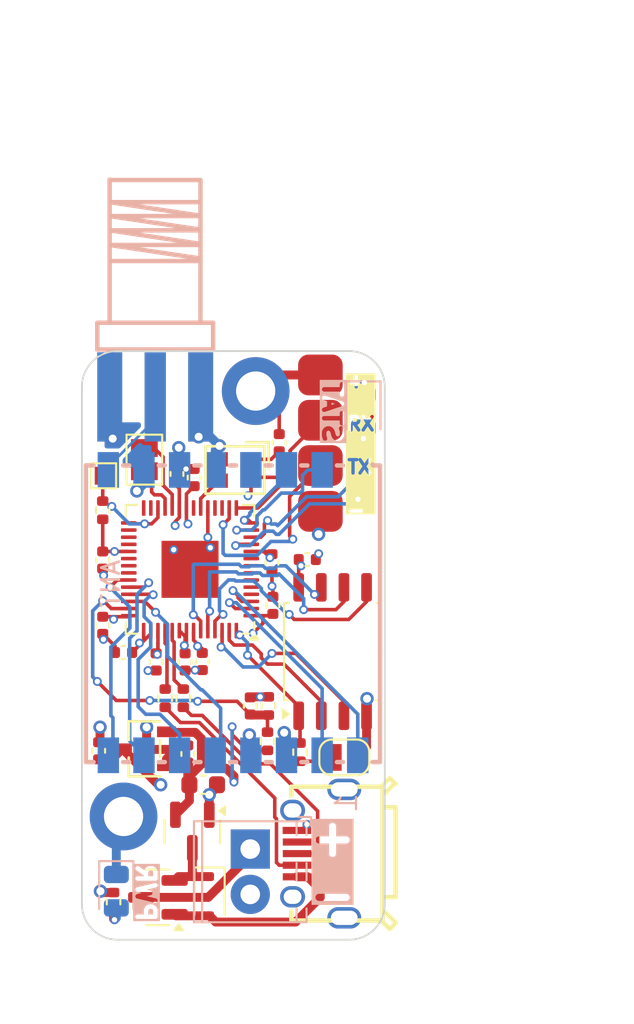
<source format=kicad_pcb>
(kicad_pcb (version 20240108) (generator "pcbnew") (generator_version "8.0")
  (layers (0 "F.Cu" signal) (1 "In1.Cu" signal) (2 "In2.Cu" signal) (31 "B.Cu" signal) (34 "B.Paste" user) (35 "F.Paste" user) (36 "B.SilkS" user "B.Silkscreen") (37 "F.SilkS" user "F.Silkscreen") (38 "B.Mask" user) (39 "F.Mask" user) (44 "Edge.Cuts" user))
  (net 0 "")
  (net 1 "GND")
  (net 2 "Net-(AE1-A)")
  (net 3 "+1V1")
  (net 4 "+3V3")
  (net 5 "+BATT")
  (net 6 "Net-(D1-K)")
  (net 7 "Net-(D2-A)")
  (net 8 "Net-(D3-K)")
  (net 9 "VBUS")
  (net 11 "/MCU/USB_D-")
  (net 13 "/MCU/USB_D+")
  (net 14 "/MCU/SWCLK")
  (net 15 "/MCU/SWD")
  (net 16 "/MCU/BOOTSEL")
  (net 17 "/Power/BATT POSTSW")
  (net 18 "/MCU/QSPI_SS")
  (net 19 "/MCU/RP USB_D+")
  (net 20 "/MCU/RP USB_D-")
  (net 21 "/MCU/RUN")
  (net 22 "/MCU/LEDINDICATION")
  (net 23 "/MCU/DIO2")
  (net 24 "/MCU/BUSY")
  (net 25 "/MCU/DIO3")
  (net 26 "/Radio Module/RST")
  (net 27 "/MCU/SCK")
  (net 28 "/MCU/NSS")
  (net 29 "/MCU/MISO")
  (net 30 "/MCU/TXCOEN")
  (net 31 "/MCU/MOSI")
  (net 32 "/MCU/DIO1")
  (net 33 "/MCU/QSPI_SD2")
  (net 34 "/MCU/QSPI_SCLK")
  (net 35 "/MCU/QSPI_SD3")
  (net 36 "/MCU/QSPI_SD1")
  (net 37 "/MCU/QSPI_SDO")
  (net 42 "/MCU/BATT SENSE ")
  (net 44 "/MCU/XIN")
  (net 50 "/MCU/RST")
  (net 58 "/MCU/GPS_TX")
  (net 59 "/MCU/GPS_RX")
  (footprint "Jumper:SolderJumper-2_P1.3mm_Open_RoundedPad1.0x1.5mm" (layer "F.Cu") (at 206.650301 102.35314 180)
    (property "Reference" "J3" (hide yes))
    (property "Value" "Conn_01x02")
  )
  (footprint "Capacitor_SMD:C_0402_1005Metric" (layer "F.Cu") (at 193.0908 94.9452 -90)
    (property "Reference" "C11" (hide yes))
    (property "Value" "100n")
  )
  (footprint "Capacitor_SMD:C_0402_1005Metric" (layer "F.Cu") (at 202.6412 93.8276 90)
    (property "Reference" "C8" (hide yes))
    (property "Value" "100n")
  )
  (footprint "Capacitor_SMD:C_0402_1005Metric" (layer "F.Cu") (at 202.9968 84.709 90)
    (property "Reference" "C5" (hide yes))
    (property "Value" "100n")
  )
  (footprint "Resistor_SMD:R_0402_1005Metric" (layer "F.Cu") (at 197.612 99.032 90)
    (property "Reference" "R2" (hide yes))
    (property "Value" "22R")
  )
  (footprint "TestPoint:TestPoint_Pad_1.0x1.0mm" (layer "F.Cu") (at 193.1416 86.5632)
    (property "Reference" "TP1" (hide yes))
    (property "Value" "TestPoint")
  )
  (footprint "Resistor_SMD:R_0402_1005Metric" (layer "F.Cu") (at 193.0908 88.4936 90)
    (property "Reference" "R4" (hide yes))
    (property "Value" "5.1k")
  )
  (footprint ".pretty:4 pads 2.54mm spacign" (layer "F.Cu") (at 205.3082 88.5317 90)
    (property "Reference" "J7" (hide yes))
    (property "Value" "Conn_01x04")
  )
  (footprint "Capacitor_SMD:C_0402_1005Metric" (layer "F.Cu") (at 201.3712 99.4664 90)
    (property "Reference" "C16" (hide yes))
    (property "Value" "100n")
  )
  (footprint "Capacitor_SMD:C_0402_1005Metric" (layer "F.Cu") (at 192.8622 101.981 90)
    (property "Reference" "C14" (hide yes))
    (property "Value" "1u")
  )
  (footprint "Package_TO_SOT_SMD:SOT-23" (layer "F.Cu") (at 196.1896 110.1993 180)
    (property "Reference" "Q1" (hide yes))
    (property "Value" "AO3401A")
  )
  (footprint "Diode_SMD:D_SOD-323F" (layer "F.Cu") (at 199.0852 110.1344 -90)
    (property "Reference" "D3" (hide yes))
    (property "Value" "D_Schottky")
  )
  (footprint "Resistor_SMD:R_0402_1005Metric" (layer "F.Cu") (at 207.7974 82.169 90)
    (property "Reference" "R5" (hide yes))
    (property "Value" "1k")
  )
  (footprint "Capacitor_SMD:C_0402_1005Metric" (layer "F.Cu") (at 197.7136 97 -90)
    (property "Reference" "C12" (hide yes))
    (property "Value" "100n")
  )
  (footprint "Resistor_SMD:R_0402_1005Metric" (layer "F.Cu") (at 202.3384 101.4476 90)
    (property "Reference" "R8" (hide yes))
    (property "Value" "30k")
  )
  (footprint "Resistor_SMD:R_0402_1005Metric" (layer "F.Cu") (at 204.1652 102.0572 -90)
    (property "Reference" "R1" (hide yes))
    (property "Value" "1k")
  )
  (footprint "Jumper:SolderJumper-2_P1.3mm_Open_Pad1.0x1.5mm" (layer "F.Cu") (at 195.4276 85.6592 -90)
    (property "Reference" "J2" (hide yes))
    (property "Value" "Conn_01x02")
  )
  (footprint "Capacitor_SMD:C_0402_1005Metric" (layer "F.Cu") (at 204.5716 91.2596)
    (property "Reference" "C3" (hide yes))
    (property "Value" "100n")
  )
  (footprint "Capacitor_SMD:C_0402_1005Metric" (layer "F.Cu") (at 198.2216 86.6648 90)
    (property "Reference" "C9" (hide yes))
    (property "Value" "100n")
  )
  (footprint "Capacitor_SMD:C_0402_1005Metric" (layer "F.Cu") (at 197.2564 86.4616 90)
    (property "Reference" "C2" (hide yes))
    (property "Value" "100n")
  )
  (footprint "Package_SO:SOIC-8_5.23x5.23mm_P1.27mm" (layer "F.Cu") (at 205.994 96.4184 90)
    (property "Reference" "U1" (hide yes))
    (property "Value" "W25Q128JVS")
  )
  (footprint "Package_TO_SOT_SMD:SOT-23" (layer "F.Cu") (at 198.12 106.5045 -90)
    (property "Reference" "Q2" (hide yes))
    (property "Value" "AO3401A")
  )
  (footprint "MountingHole:MountingHole_2.2mm_M2_DIN965_Pad" (layer "F.Cu") (at 194.2592 105.664)
    (property "Reference" "H4" (hide yes))
    (property "Value" "MountingHole_Pad")
  )
  (footprint "Resistor_SMD:R_0402_1005Metric" (layer "F.Cu") (at 202.3872 99.4664 90)
    (property "Reference" "R9" (hide yes))
    (property "Value" "51k")
  )
  (footprint "easyeda2kicad:OSC-SMD_4P-L2.0-W1.6-BL" (layer "F.Cu") (at 200.5128 86.24 180)
    (property "Reference" "X1" (hide yes))
    (property "Value" "SX1M12.000M10F30TNN")
  )
  (footprint "Package_DFN_QFN:QFN-56-1EP_7x7mm_P0.4mm_EP3.2x3.2mm" (layer "F.Cu") (at 197.99 91.8076 180)
    (property "Reference" "U2" (hide yes))
    (property "Value" "RP2040")
  )
  (footprint "Resistor_SMD:R_0402_1005Metric" (layer "F.Cu") (at 196.598 99.032 -90)
    (property "Reference" "R3" (hide yes))
    (property "Value" "22R")
  )
  (footprint "easyeda2kicad:MICRO-USB-SMD_U254-051T-4BHJ25-F2S" (layer "F.Cu") (at 205.1971 107.7468 90)
    (property "Reference" "J1" (hide yes))
    (property "Value" "USB_B_Micro")
  )
  (footprint "MountingHole:MountingHole_2.2mm_M2_DIN965_Pad" (layer "F.Cu") (at 201.676 81.8134)
    (property "Reference" "H3" (hide yes))
    (property "Value" "MountingHole_Pad")
  )
  (footprint "Capacitor_SMD:C_0402_1005Metric" (layer "F.Cu") (at 198.6788 96.9772 -90)
    (property "Reference" "C1" (hide yes))
    (property "Value" "100n")
  )
  (footprint "Capacitor_SMD:C_0402_1005Metric" (layer "F.Cu") (at 196.088 97 -90)
    (property "Reference" "C4" (hide yes))
    (property "Value" "1u")
  )
  (footprint "Capacitor_SMD:C_0402_1005Metric" (layer "F.Cu") (at 193.0908 91.2876 -90)
    (property "Reference" "C10" (hide yes))
    (property "Value" "100n")
  )
  (footprint "Capacitor_SMD:C_0402_1005Metric" (layer "F.Cu") (at 197.866 102.1588 90)
    (property "Reference" "C13" (hide yes))
    (property "Value" "1u")
  )
  (footprint ".pretty:SOT-23-3_L2.9-W1.6-P1.90-LS2.8-BR" (layer "F.Cu") (at 195.4322 101.8692)
    (property "Reference" "U3" (hide yes))
    (property "Value" "XC6206P332MR")
  )
  (footprint "Capacitor_SMD:C_0402_1005Metric" (layer "F.Cu") (at 202.5904 91.44 -90)
    (property "Reference" "C7" (hide yes))
    (property "Value" "100n")
  )
  (footprint "Capacitor_SMD:C_0603_1608Metric" (layer "F.Cu") (at 198.7296 103.886)
    (property "Reference" "C15" (hide yes))
    (property "Value" "10u")
  )
  (footprint "Resistor_SMD:R_0402_1005Metric" (layer "F.Cu") (at 193.7004 110.4392 90)
    (property "Reference" "R7" (hide yes))
    (property "Value" "1k")
  )
  (footprint "Capacitor_SMD:C_0402_1005Metric" (layer "F.Cu") (at 194.2592 96.4692 180)
    (property "Reference" "C6" (hide yes))
    (property "Value" "1u")
  )
  (footprint "TerminalBlock_Phoenix:TerminalBlock_Phoenix_MPT-0,5-2-2.54_1x02_P2.54mm_Horizontal" (layer "B.Cu") (at 201.3712 107.4928 -90)
    (property "Reference" "J4" (hide yes))
    (property "Value" "Screw_Terminal_01x02")
  )
  (footprint "easyeda2kicad2:WIRELM-SMD_16P-L16.0-W16.0-P2.00_LORA1280-TCXO" (layer "B.Cu") (at 200.406 94.234 90)
    (property "Reference" "R6" (hide yes))
    (property "Value" "~")
  )
  (footprint "LED_SMD:LED_0805_2012Metric" (layer "B.Cu") (at 193.8528 109.8527 -90)
    (property "Reference" "D2" (hide yes))
    (property "Value" "LED")
  )
  (footprint "LED_SMD:LED_0805_2012Metric" (layer "B.Cu") (at 207.7212 82.9564 -90)
    (property "Reference" "D1" (hide yes))
    (property "Value" "LED")
  )
  (footprint ".pretty:CONN-SMD_KH-SMA-KE8-G" (layer "B.Cu") (at 196.0372 82.1436 180)
    (property "Reference" "AE1" (hide yes))
    (property "Value" "Antenna_Shield")
  )
  (gr_line (start 191.9224 110.5728) (end 191.9224 81.5728) (stroke (width 0.1)) (layer "Edge.Cuts"))
  (gr_arc (start 206.9224 79.5728) (mid 208.336614 80.158586) (end 208.9224 81.5728) (stroke (width 0.1)) (layer "Edge.Cuts"))
  (gr_line (start 208.9224 81.5728) (end 208.9224 110.5728) (stroke (width 0.1)) (layer "Edge.Cuts"))
  (gr_arc (start 208.9224 110.5728) (mid 208.336614 111.987014) (end 206.9224 112.5728) (stroke (width 0.1)) (layer "Edge.Cuts"))
  (gr_line (start 206.9224 112.5728) (end 193.9224 112.5728) (stroke (width 0.1)) (layer "Edge.Cuts"))
  (gr_arc (start 191.9224 81.5728) (mid 192.508186 80.158586) (end 193.9224 79.5728) (stroke (width 0.1)) (layer "Edge.Cuts"))
  (gr_arc (start 193.9224 112.5728) (mid 192.508186 111.987014) (end 191.9224 110.5728) (stroke (width 0.1)) (layer "Edge.Cuts"))
  (gr_line (start 193.9224 79.5728) (end 206.9224 79.5728) (stroke (width 0.1)) (layer "Edge.Cuts"))
  (gr_text "+\n-" (at 207.4926 111.2266 0) (layer "B.SilkS" knockout) (effects (font (size 2 2) (thickness 0.4) (bold yes)) (justify left bottom mirror)))
  (gr_text "STAT" (at 205.3844 84.836 270) (layer "B.SilkS" knockout) (effects (font (size 1 1) (thickness 0.25) (bold yes)) (justify left bottom mirror)))
  (gr_text "PWR" (at 194.912321 111.686375 -90) (layer "B.SilkS" knockout) (effects (font (size 1 1) (thickness 0.25) (bold yes)) (justify left bottom mirror)))
  (gr_text "+\n\nRX\n\nTX\n\n-" (at 206.7306 88.9254 0) (layer "F.SilkS" knockout) (effects (font (size 0.75 0.75) (thickness 0.1875) (bold yes)) (justify left bottom)))
  (segment (start 192.9384 101.4248) (end 192.9384 100.658998) (width 0.5) (layer "F.Cu") (net 1))
  (segment (start 199.6128 85.64) (end 199.6128 84.918) (width 0.2) (layer "F.Cu") (net 1))
  (segment (start 195.554198 101.829798) (end 195.554198 100.658998) (width 0.5) (layer "F.Cu") (net 1))
  (segment (start 202.9968 83.1342) (end 201.676 81.8134) (width 0.2) (layer "F.Cu") (net 1))
  (segment (start 193.7792 96.1136) (end 193.0908 95.4252) (width 0.2) (layer "F.Cu") (net 1))
  (segment (start 198.99 90.458327) (end 199.128484 90.596811) (width 0.2) (layer "F.Cu") (net 1))
  (segment (start 207.899 99.0854) (end 207.9244 99.06) (width 0.5) (layer "F.Cu") (net 1))
  (segment (start 192.8622 101.6) (end 192.8876 101.6254) (width 0.2) (layer "F.Cu") (net 1))
  (segment (start 202.5904 92.751597) (end 202.592463 92.75366) (width 0.2) (layer "F.Cu") (net 1))
  (segment (start 197.2564 86.1848) (end 198.2216 86.1848) (width 0.2) (layer "F.Cu") (net 1))
  (segment (start 198.99 88.3701) (end 198.99 90.0176) (width 0.2) (layer "F.Cu") (net 1))
  (segment (start 199.5046 104.0102) (end 199.07 104.4448) (width 0.5) (layer "F.Cu") (net 1))
  (segment (start 195.636 97.48) (end 195.6308 97.4852) (width 0.2) (layer "F.Cu") (net 1))
  (segment (start 199.5046 103.886) (end 199.5046 104.0102) (width 0.5) (layer "F.Cu") (net 1))
  (segment (start 199.07 105.567) (end 199.07 104.4448) (width 0.5) (layer "F.Cu") (net 1))
  (segment (start 202.6412 93.3476) (end 202.6412 92.802397) (width 0.2) (layer "F.Cu") (net 1))
  (segment (start 197.99 91.8076) (end 198.99 90.8076) (width 0.2) (layer "F.Cu") (net 1))
  (segment (start 197.7364 97.4572) (end 197.7136 97.48) (width 0.2) (layer "F.Cu") (net 1))
  (segment (start 207.899 101.754441) (end 207.300301 102.35314) (width 0.5) (layer "F.Cu") (net 1))
  (segment (start 202.6412 92.802397) (end 202.592463 92.75366) (width 0.2) (layer "F.Cu") (net 1))
  (segment (start 203.9871 106.4468) (end 204.210222 106.4468) (width 0.2) (layer "F.Cu") (net 1))
  (segment (start 197.2056 101.9048) (end 196.6722 102.4382) (width 0.5) (layer "F.Cu") (net 1))
  (segment (start 198.99 90.8076) (end 198.99 90.735295) (width 0.2) (layer "F.Cu") (net 1))
  (segment (start 197.866 101.6788) (end 197.64 101.9048) (width 0.5) (layer "F.Cu") (net 1))
  (segment (start 198.99 90.0176) (end 198.99 90.458327) (width 0.2) (layer "F.Cu") (net 1))
  (segment (start 199.6128 84.918) (end 199.644 84.8868) (width 0.2) (layer "F.Cu") (net 1))
  (segment (start 197.2056 101.9048) (end 196.6292 101.9048) (width 0.5) (layer "F.Cu") (net 1))
  (segment (start 207.899 100.0184) (end 207.899 101.754441) (width 0.5) (layer "F.Cu") (net 1))
  (segment (start 193.0908 92.1004) (end 193.1416 92.1512) (width 0.2) (layer "F.Cu") (net 1))
  (segment (start 202.5904 91.92) (end 202.5904 92.751597) (width 0.2) (layer "F.Cu") (net 1))
  (segment (start 205.0516 91.2596) (end 205.0516 91.093844) (width 0.2) (layer "F.Cu") (net 1))
  (segment (start 193.0908 91.7676) (end 193.0908 92.1004) (width 0.2) (layer "F.Cu") (net 1))
  (segment (start 192.8622 101.501) (end 192.8622 101.6) (width 0.2) (layer "F.Cu") (net 1))
  (segment (start 198.6788 97.4572) (end 197.7364 97.4572) (width 0.2) (layer "F.Cu") (net 1))
  (segment (start 205.0516 91.093844) (end 205.209711 90.935733) (width 0.2) (layer "F.Cu") (net 1))
  (segment (start 196.088 97.48) (end 195.636 97.48) (width 0.2) (layer "F.Cu") (net 1))
  (segment (start 198.99 90.735295) (end 199.128484 90.596811) (width 0.2) (layer "F.Cu") (net 1))
  (segment (start 202.9968 84.229) (end 202.9968 83.1342) (width 0.2) (layer "F.Cu") (net 1))
  (segment (start 202.3872 98.9564) (end 201.4012 98.9564) (width 0.5) (layer "F.Cu") (net 1))
  (segment (start 192.8622 101.501) (end 192.9384 101.4248) (width 0.5) (layer "F.Cu") (net 1))
  (segment (start 193.7792 96.4692) (end 193.7792 96.1136) (width 0.2) (layer "F.Cu") (net 1))
  (segment (start 197.64 101.9048) (end 197.2056 101.9048) (width 0.5) (layer "F.Cu") (net 1))
  (segment (start 195.6292 101.9048) (end 195.554198 101.829798) (width 0.5) (layer "F.Cu") (net 1))
  (segment (start 201.4012 98.9564) (end 201.3712 98.9864) (width 0.5) (layer "F.Cu") (net 1))
  (segment (start 204.210222 106.4468) (end 204.552088 106.104934) (width 0.2) (layer "F.Cu") (net 1))
  (segment (start 207.899 100.0184) (end 207.899 99.0854) (width 0.5) (layer "F.Cu") (net 1))
  (segment (start 196.6722 102.4382) (end 196.6722 102.8192) (width 0.5) (layer "F.Cu") (net 1))
  (segment (start 205.3082 80.9117) (end 202.5777 80.9117) (width 0.5) (layer "F.Cu") (net 1))
  (segment (start 202.5777 80.9117) (end 201.676 81.8134) (width 0.5) (layer "F.Cu") (net 1))
  (segment (start 196.6292 101.9048) (end 195.6292 101.9048) (width 0.5) (layer "F.Cu") (net 1))
  (via (at 198.99 90.0176) (size 0.5) (drill 0.3) (layers "F.Cu" "B.Cu") (net 1))
  (via (at 193.1416 92.1512) (size 0.5) (drill 0.3) (layers "F.Cu" "B.Cu") (net 1))
  (via (at 204.552088 106.104934) (size 0.5) (drill 0.3) (layers "F.Cu" "B.Cu") (net 1))
  (via (at 205.209711 90.935733) (size 0.5) (drill 0.3) (layers "F.Cu" "B.Cu") (net 1))
  (via (at 195.0074 87.413621) (size 0.75) (drill 0.45) (layers "F.Cu" "B.Cu") (net 1))
  (via (at 199.07 104.4448) (size 0.75) (drill 0.45) (layers "F.Cu" "B.Cu") (net 1))
  (via (at 201.3204 101.092) (size 0.75) (drill 0.45) (layers "F.Cu" "B.Cu") (net 1))
  (via (at 197.358 84.9884) (size 0.75) (drill 0.45) (layers "F.Cu" "B.Cu") (net 1))
  (via (at 197.075019 90.708178) (size 0.5) (drill 0.3) (layers "F.Cu" "B.Cu") (net 1))
  (via (at 195.554198 100.658998) (size 0.75) (drill 0.45) (layers "F.Cu" "B.Cu") (net 1))
  (via (at 199.644 84.8868) (size 0.75) (drill 0.45) (layers "F.Cu" "B.Cu") (net 1))
  (via (at 198.2724 97.4572) (size 0.5) (drill 0.3) (layers "F.Cu" "B.Cu") (net 1))
  (via (at 197.7644 86.1848) (size 0.5) (drill 0.3) (layers "F.Cu" "B.Cu") (net 1))
  (via (at 198.4756 84.3788) (size 0.75) (drill 0.45) (layers "F.Cu" "B.Cu") (net 1))
  (via (at 202.592463 92.75366) (size 0.5) (drill 0.3) (layers "F.Cu" "B.Cu") (net 1))
  (via (at 193.6496 84.4804) (size 0.75) (drill 0.45) (layers "F.Cu" "B.Cu") (net 1))
  (via (at 201.93 98.9564) (size 0.5) (drill 0.3) (layers "F.Cu" "B.Cu") (net 1))
  (via (at 195.6308 97.4852) (size 0.5) (drill 0.3) (layers "F.Cu" "B.Cu") (net 1))
  (via (at 207.9244 99.06) (size 0.75) (drill 0.45) (layers "F.Cu" "B.Cu") (net 1))
  (via (at 193.128213 95.735656) (size 0.5) (drill 0.3) (layers "F.Cu" "B.Cu") (net 1))
  (via (at 192.9384 100.658998) (size 0.75) (drill 0.45) (layers "F.Cu" "B.Cu") (net 1))
  (via (at 199.128484 90.596811) (size 0.5) (drill 0.3) (layers "F.Cu" "B.Cu") (net 1))
  (segment (start 193.538 84.3688) (end 193.6496 84.4804) (width 0.5) (layer "B.Cu") (net 1))
  (segment (start 198.638 81.8695) (end 198.638 84.2164) (width 0.5) (layer "B.Cu") (net 1))
  (segment (start 193.538 81.8695) (end 193.538 84.3688) (width 0.5) (layer "B.Cu") (net 1))
  (segment (start 198.638 83.8808) (end 199.644 84.8868) (width 0.5) (layer "B.Cu") (net 1))
  (segment (start 201.406 102.234) (end 201.406 101.1776) (width 0.5) (layer "B.Cu") (net 1))
  (segment (start 197.406 86.234) (end 197.406 85.0364) (width 0.5) (layer "B.Cu") (net 1))
  (segment (start 199.406 86.234) (end 199.406 85.1248) (width 0.5) (layer "B.Cu") (net 1))
  (segment (start 201.406 101.1776) (end 201.3204 101.092) (width 0.5) (layer "B.Cu") (net 1))
  (segment (start 195.406 87.015021) (end 195.0074 87.413621) (width 0.5) (layer "B.Cu") (net 1))
  (segment (start 195.406 86.234) (end 195.406 87.015021) (width 0.5) (layer "B.Cu") (net 1))
  (segment (start 193.8528 108.9152) (end 193.8528 106.0704) (width 0.5) (layer "B.Cu") (net 1))
  (segment (start 198.638 84.2164) (end 198.4756 84.3788) (width 0.5) (layer "B.Cu") (net 1))
  (segment (start 197.406 85.0364) (end 197.358 84.9884) (width 0.5) (layer "B.Cu") (net 1))
  (segment (start 193.8528 106.0704) (end 194.2592 105.664) (width 0.5) (layer "B.Cu") (net 1))
  (segment (start 199.406 85.1248) (end 199.644 84.8868) (width 0.5) (layer "B.Cu") (net 1))
  (segment (start 201.406 102.9186) (end 201.406 102.234) (width 0.5) (layer "B.Cu") (net 1))
  (segment (start 198.638 81.8695) (end 198.638 83.8808) (width 0.5) (layer "B.Cu") (net 1))
  (segment (start 196.088 83.3628) (end 196.088 81.8695) (width 0.2) (layer "B.Cu") (net 2))
  (segment (start 193.406 86.234) (end 193.406 86.0448) (width 0.2) (layer "B.Cu") (net 2))
  (segment (start 193.406 86.0448) (end 196.088 83.3628) (width 0.15) (layer "B.Cu") (net 2))
  (segment (start 198.37312 95.96208) (end 198.19 95.77896) (width 0.2) (layer "F.Cu") (net 3))
  (segment (start 198.6788 96.26776) (end 198.37312 95.96208) (width 0.2) (layer "F.Cu") (net 3))
  (segment (start 196.19 96.418) (end 196.19 95.9104) (width 0.2) (layer "F.Cu") (net 3))
  (segment (start 197.39 88.3701) (end 197.39 87.2784) (width 0.2) (layer "F.Cu") (net 3))
  (segment (start 197.39 88.3701) (end 197.39 88.90396) (width 0.2) (layer "F.Cu") (net 3))
  (segment (start 196.19 96.531832) (end 196.147363 96.574469) (width 0.2) (layer "F.Cu") (net 3))
  (segment (start 198.37312 95.96208) (end 198.415682 96.004642) (width 0.2) (layer "F.Cu") (net 3))
  (segment (start 198.19 95.77896) (end 198.19 95.2451) (width 0.2) (layer "F.Cu") (net 3))
  (segment (start 197.39 88.90396) (end 197.1548 89.13916) (width 0.2) (layer "F.Cu") (net 3))
  (segment (start 198.415682 96.004642) (end 198.415682 96.117324) (width 0.2) (layer "F.Cu") (net 3))
  (segment (start 198.6788 96.4972) (end 198.6788 96.26776) (width 0.2) (layer "F.Cu") (net 3))
  (segment (start 196.088 96.52) (end 196.19 96.418) (width 0.2) (layer "F.Cu") (net 3))
  (segment (start 196.19 95.9104) (end 196.19 95.2451) (width 0.2) (layer "F.Cu") (net 3))
  (segment (start 196.19 95.9104) (end 196.19 96.531832) (width 0.2) (layer "F.Cu") (net 3))
  (segment (start 197.39 87.2784) (end 197.2564 87.1448) (width 0.2) (layer "F.Cu") (net 3))
  (segment (start 197.1548 89.13916) (end 197.1548 89.3572) (width 0.2) (layer "F.Cu") (net 3))
  (via (at 198.415682 96.117324) (size 0.5) (drill 0.3) (layers "F.Cu" "B.Cu") (net 3))
  (via (at 197.1548 89.3572) (size 0.5) (drill 0.3) (layers "F.Cu" "B.Cu") (net 3))
  (via (at 196.147363 96.574469) (size 0.5) (drill 0.3) (layers "F.Cu" "B.Cu") (net 3))
  (segment (start 194.4949 94.4652) (end 194.5525 94.4076) (width 0.2) (layer "F.Cu") (net 4))
  (segment (start 193.7004 109.9292) (end 193.037778 109.9292) (width 0.5) (layer "F.Cu") (net 4))
  (segment (start 202.0824 94.832777) (end 201.525724 95.389453) (width 0.2) (layer "F.Cu") (net 4))
  (segment (start 194.5525 90.8076) (end 193.7512 90.8076) (width 0.2) (layer "F.Cu") (net 4))
  (segment (start 197.7136 95.5687) (end 197.7136 96.52) (width 0.2) (layer "F.Cu") (net 4))
  (segment (start 201.4128 85.64) (end 202.5458 85.64) (width 0.2) (layer "F.Cu") (net 4))
  (segment (start 202.9008 86.6508) (end 202.9008 85.285) (width 0.2) (layer "F.Cu") (net 4))
  (segment (start 201.4275 90.8076) (end 202.0316 90.8076) (width 0.2) (layer "F.Cu") (net 4))
  (segment (start 193.037778 109.9292) (end 192.961617 109.853039) (width 0.5) (layer "F.Cu") (net 4))
  (segment (start 195.39 95.8184) (end 194.7392 96.4692) (width 0.2) (layer "F.Cu") (net 4))
  (segment (start 202.0824 94.4076) (end 202.0824 94.832777) (width 0.2) (layer "F.Cu") (net 4))
  (segment (start 204.089 91.7448) (end 204.221165 91.612635) (width 0.2) (layer "F.Cu") (net 4))
  (segment (start 197.79 95.2451) (end 197.79 95.962563) (width 0.2) (layer "F.Cu") (net 4))
  (segment (start 202.129121 90.8076) (end 202.475181 91.15366) (width 0.2) (layer "F.Cu") (net 4))
  (segment (start 197.79 87.5764) (end 197.79 88.3701) (width 0.2) (layer "F.Cu") (net 4))
  (segment (start 195.39 95.2451) (end 195.39 95.8184) (width 0.2) (layer "F.Cu") (net 4))
  (segment (start 197.79 89.1796) (end 197.873535 89.263135) (width 0.2) (layer "F.Cu") (net 4))
  (segment (start 202.9008 85.285) (end 202.9968 85.189) (width 0.2) (layer "F.Cu") (net 4))
  (segment (start 205.2066 89.423) (end 205.2066 89.8398) (width 0.5) (layer "F.Cu") (net 4))
  (segment (start 204.089 92.8184) (end 204.089 91.7448) (width 0.2) (layer "F.Cu") (net 4))
  (segment (start 197.79 88.3701) (end 197.79 89.1796) (width 0.2) (layer "F.Cu") (net 4))
  (segment (start 201.602 86.6508) (end 201.4128 86.84) (width 0.2) (layer "F.Cu") (net 4))
  (segment (start 196.209 103.886) (end 196.342 103.886) (width 0.5) (layer "F.Cu") (net 4))
  (segment (start 193.0908 90.8076) (end 193.0908 89.0036) (width 0.2) (layer "F.Cu") (net 4))
  (segment (start 202.0316 90.8076) (end 202.438 90.8076) (width 0.2) (layer "F.Cu") (net 4))
  (segment (start 201.4128 87.515402) (end 201.4128 86.84) (width 0.2) (layer "F.Cu") (net 4))
  (segment (start 202.438 90.8076) (end 202.5904 90.96) (width 0.2) (layer "F.Cu") (net 4))
  (segment (start 193.5496 102.461) (end 193.6004 102.461) (width 0.5) (layer "F.Cu") (net 4))
  (segment (start 195.79 95.2451) (end 195.79 95.4184) (width 0.2) (layer "F.Cu") (net 4))
  (segment (start 197.7136 96.52) (end 197.7136 96.123031) (width 0.2) (layer "F.Cu") (net 4))
  (segment (start 201.2442 87.684002) (end 201.4128 87.515402) (width 0.2) (layer "F.Cu") (net 4))
  (segment (start 202.0824 94.4076) (end 201.4275 94.4076) (width 0.2) (layer "F.Cu") (net 4))
  (segment (start 193.5496 102.461) (end 192.8622 102.461) (width 0.5) (layer "F.Cu") (net 4))
  (segment (start 204.0916 91.48307) (end 204.221165 91.612635) (width 0.2) (layer "F.Cu") (net 4))
  (segment (start 204.0032 91.1712) (end 204.0916 91.2596) (width 0.2) (layer "F.Cu") (net 4))
  (segment (start 193.0908 94.4652) (end 194.4949 94.4652) (width 0.2) (layer "F.Cu") (net 4))
  (segment (start 202.5412 94.4076) (end 202.0824 94.4076) (width 0.2) (layer "F.Cu") (net 4))
  (segment (start 197.79 95.962563) (end 197.671566 96.080997) (width 0.2) (layer "F.Cu") (net 4))
  (segment (start 195.79 95.4184) (end 194.7392 96.4692) (width 0.2) (layer "F.Cu") (net 4))
  (segment (start 201.4128 85.64) (end 201.4128 86.84) (width 0.2) (layer "F.Cu") (net 4))
  (segment (start 202.6412 94.3076) (end 202.5412 94.4076) (width 0.2) (layer "F.Cu") (net 4))
  (segment (start 202.9008 86.6508) (end 201.602 86.6508) (width 0.2) (layer "F.Cu") (net 4))
  (segment (start 194.1922 101.8692) (end 196.209 103.886) (width 0.5) (layer "F.Cu") (net 4))
  (segment (start 197.7136 96.123031) (end 197.671566 96.080997) (width 0.2) (layer "F.Cu") (net 4))
  (segment (start 193.6004 102.461) (end 194.1922 101.8692) (width 0.5) (layer "F.Cu") (net 4))
  (segment (start 202.5458 85.64) (end 202.9968 85.189) (width 0.2) (layer "F.Cu") (net 4))
  (segment (start 197.39 95.2451) (end 197.7136 95.5687) (width 0.2) (layer "F.Cu") (net 4))
  (segment (start 202.0316 90.8076) (end 202.129121 90.8076) (width 0.2) (layer "F.Cu") (net 4))
  (segment (start 198.2216 87.1448) (end 197.79 87.5764) (width 0.2) (layer "F.Cu") (net 4))
  (segment (start 193.0908 90.8076) (end 193.7512 90.8076) (width 0.2) (layer "F.Cu") (net 4))
  (segment (start 204.0916 91.2596) (end 204.0916 91.48307) (width 0.2) (layer "F.Cu") (net 4))
  (via (at 207.7212 84.4804) (size 0.5) (drill 0.3) (layers "F.Cu" "B.Cu") (net 4))
  (via (at 196.342 103.886) (size 0.75) (drill 0.45) (layers "F.Cu" "B.Cu") (net 4))
  (via (at 197.671566 96.080997) (size 0.5) (drill 0.3) (layers "F.Cu" "B.Cu") (net 4))
  (via (at 192.961617 109.853039) (size 0.75) (drill 0.45) (layers "F.Cu" "B.Cu") (net 4))
  (via (at 205.2066 89.8398) (size 0.75) (drill 0.45) (layers "F.Cu" "B.Cu") (net 4))
  (via (at 201.2442 87.684002) (size 0.5) (drill 0.3) (layers "F.Cu" "B.Cu") (net 4))
  (via (at 202.475181 91.15366) (size 0.5) (drill 0.3) (layers "F.Cu" "B.Cu") (net 4))
  (via (at 193.7004 94.6076) (size 0.5) (drill 0.3) (layers "F.Cu" "B.Cu") (net 4))
  (via (at 204.221165 91.612635) (size 0.5) (drill 0.3) (layers "F.Cu" "B.Cu") (net 4))
  (via (at 203.274086 100.96452) (size 0.75) (drill 0.45) (layers "F.Cu" "B.Cu") (net 4))
  (via (at 197.873535 89.263135) (size 0.5) (drill 0.3) (layers "F.Cu" "B.Cu") (net 4))
  (via (at 201.525724 95.389453) (size 0.5) (drill 0.3) (layers "F.Cu" "B.Cu") (net 4))
  (via (at 193.7512 90.8076) (size 0.5) (drill 0.3) (layers "F.Cu" "B.Cu") (net 4))
  (via (at 195.153042 95.942442) (size 0.5) (drill 0.3) (layers "F.Cu" "B.Cu") (net 4))
  (segment (start 203.406 102.234) (end 203.406 101.096434) (width 0.5) (layer "B.Cu") (net 4))
  (segment (start 203.406 101.096434) (end 203.274086 100.96452) (width 0.5) (layer "B.Cu") (net 4))
  (segment (start 207.7212 83.8939) (end 207.7212 84.4804) (width 0.2) (layer "B.Cu") (net 4))
  (segment (start 202.3384 101.9576) (end 201.231405 101.9576) (width 0.2) (layer "F.Cu") (net 5))
  (segment (start 196.6292 100.9548) (end 196.6352 100.9488) (width 0.5) (layer "F.Cu") (net 5))
  (segment (start 201.231405 101.9576) (end 200.3552 101.081395) (width 0.2) (layer "F.Cu") (net 5))
  (segment (start 200.015428 102.961) (end 200.4568 103.402372) (width 0.5) (layer "F.Cu") (net 5))
  (segment (start 197.9546 103.411) (end 197.9546 103.886) (width 0.5) (layer "F.Cu") (net 5))
  (segment (start 196.6352 100.9488) (end 198.284266 100.9488) (width 0.5) (layer "F.Cu") (net 5))
  (segment (start 197.866 102.6388) (end 197.866 103.7974) (width 0.5) (layer "F.Cu") (net 5))
  (segment (start 200.4568 103.402372) (end 200.4568 103.7336) (width 0.5) (layer "F.Cu") (net 5))
  (segment (start 197.9546 104.7824) (end 197.17 105.567) (width 0.5) (layer "F.Cu") (net 5))
  (segment (start 198.284266 100.9488) (end 198.628 101.292534) (width 0.5) (layer "F.Cu") (net 5))
  (segment (start 199.481 102.961) (end 200.015428 102.961) (width 0.5) (layer "F.Cu") (net 5))
  (segment (start 198.628 102.108) (end 198.628 102.7376) (width 0.5) (layer "F.Cu") (net 5))
  (segment (start 200.3552 101.081395) (end 200.3552 100.6348) (width 0.2) (layer "F.Cu") (net 5))
  (segment (start 198.628 102.7376) (end 197.9546 103.411) (width 0.5) (layer "F.Cu") (net 5))
  (segment (start 197.866 103.7974) (end 197.9546 103.886) (width 0.5) (layer "F.Cu") (net 5))
  (segment (start 198.628 101.292534) (end 198.628 102.108) (width 0.5) (layer "F.Cu") (net 5))
  (segment (start 198.628 102.108) (end 199.481 102.961) (width 0.5) (layer "F.Cu") (net 5))
  (segment (start 197.9546 103.886) (end 197.9546 104.7824) (width 0.5) (layer "F.Cu") (net 5))
  (via (at 200.4568 103.7336) (size 0.5) (drill 0.3) (layers "F.Cu" "B.Cu") (net 5))
  (via (at 200.3552 100.6348) (size 0.5) (drill 0.3) (layers "F.Cu" "B.Cu") (net 5))
  (segment (start 200.3552 103.632) (end 200.4568 103.7336) (width 0.2) (layer "B.Cu") (net 5))
  (segment (start 200.3552 100.6348) (end 200.3552 103.632) (width 0.2) (layer "B.Cu") (net 5))
  (via (at 207.772 81.3308) (size 0.5) (drill 0.3) (layers "F.Cu" "B.Cu") (net 6))
  (segment (start 207.7212 81.3816) (end 207.772 81.3308) (width 0.2) (layer "B.Cu") (net 6))
  (segment (start 207.7212 82.0189) (end 207.7212 81.3816) (width 0.2) (layer "B.Cu") (net 6))
  (segment (start 193.7004 111.4044) (end 193.7512 111.4552) (width 0.5) (layer "F.Cu") (net 7))
  (segment (start 193.7004 110.9492) (end 193.7004 111.4044) (width 0.5) (layer "F.Cu") (net 7))
  (via (at 193.7512 111.4552) (size 0.5) (drill 0.3) (layers "F.Cu" "B.Cu") (net 7))
  (segment (start 193.8528 110.7902) (end 193.8528 111.3536) (width 0.5) (layer "B.Cu") (net 7))
  (segment (start 193.8528 111.3536) (end 193.7512 111.4552) (width 0.5) (layer "B.Cu") (net 7))
  (segment (start 199.0852 109.0344) (end 198.12 109.0344) (width 0.5) (layer "F.Cu") (net 8))
  (segment (start 197.342 109.0344) (end 197.1271 109.2493) (width 0.5) (layer "F.Cu") (net 8))
  (segment (start 198.12 109.0344) (end 197.342 109.0344) (width 0.5) (layer "F.Cu") (net 8))
  (segment (start 198.12 107.442) (end 198.12 109.0344) (width 0.5) (layer "F.Cu") (net 8))
  (segment (start 205.2971 109.7468) (end 205.2971 110.201724) (width 0.5) (layer "F.Cu") (net 9))
  (segment (start 197.2122 111.2344) (end 197.1271 111.1493) (width 0.5) (layer "F.Cu") (net 9))
  (segment (start 199.0852 111.2344) (end 197.2122 111.2344) (width 0.5) (layer "F.Cu") (net 9))
  (segment (start 199.4336 111.5828) (end 199.0852 111.2344) (width 0.5) (layer "F.Cu") (net 9))
  (segment (start 204.5971 109.0468) (end 205.2971 109.7468) (width 0.5) (layer "F.Cu") (net 9))
  (segment (start 203.916024 111.5828) (end 199.4336 111.5828) (width 0.5) (layer "F.Cu") (net 9))
  (segment (start 205.2971 110.201724) (end 203.916024 111.5828) (width 0.5) (layer "F.Cu") (net 9))
  (segment (start 203.9971 109.0468) (end 204.5971 109.0468) (width 0.5) (layer "F.Cu") (net 9))
  (segment (start 202.8444 108.2441) (end 202.9971 108.3968) (width 0.2) (layer "F.Cu") (net 11))
  (segment (start 202.9971 108.3968) (end 203.9971 108.3968) (width 0.2) (layer "F.Cu") (net 11))
  (segment (start 198.512084 100.3988) (end 202.7471 104.633816) (width 0.2) (layer "F.Cu") (net 11))
  (segment (start 202.7471 104.633816) (end 202.7471 105.699592) (width 0.2) (layer "F.Cu") (net 11))
  (segment (start 196.598 99.542) (end 197.4548 100.3988) (width 0.2) (layer "F.Cu") (net 11))
  (segment (start 202.7471 105.699592) (end 202.8444 105.796892) (width 0.2) (layer "F.Cu") (net 11))
  (segment (start 202.8444 105.796892) (end 202.8444 108.2441) (width 0.2) (layer "F.Cu") (net 11))
  (segment (start 197.4548 100.3988) (end 198.512084 100.3988) (width 0.2) (layer "F.Cu") (net 11))
  (segment (start 205.152088 105.358996) (end 202.504092 102.711) (width 0.2) (layer "F.Cu") (net 13))
  (segment (start 202.504092 102.711) (end 201.389969 102.711) (width 0.2) (layer "F.Cu") (net 13))
  (segment (start 198.0688 99.9988) (end 197.612 99.542) (width 0.2) (layer "F.Cu") (net 13))
  (segment (start 203.9971 107.7468) (end 204.9971 107.7468) (width 0.2) (layer "F.Cu") (net 13))
  (segment (start 198.677769 99.9988) (end 198.0688 99.9988) (width 0.2) (layer "F.Cu") (net 13))
  (segment (start 205.152088 107.591812) (end 205.152088 105.358996) (width 0.2) (layer "F.Cu") (net 13))
  (segment (start 201.389969 102.711) (end 198.677769 99.9988) (width 0.2) (layer "F.Cu") (net 13))
  (segment (start 204.9971 107.7468) (end 205.152088 107.591812) (width 0.2) (layer "F.Cu") (net 13))
  (segment (start 196.4776 87.098934) (end 196.4776 85.5092) (width 0.2) (layer "F.Cu") (net 14))
  (segment (start 196.99 87.611334) (end 196.4776 87.098934) (width 0.2) (layer "F.Cu") (net 14))
  (segment (start 196.4776 85.5092) (end 195.9776 85.0092) (width 0.2) (layer "F.Cu") (net 14))
  (segment (start 195.9776 85.0092) (end 195.4276 85.0092) (width 0.2) (layer "F.Cu") (net 14))
  (segment (start 196.99 88.3701) (end 196.99 87.611334) (width 0.2) (layer "F.Cu") (net 14))
  (segment (start 195.834 86.7156) (end 195.834 87.4716) (width 0.2) (layer "F.Cu") (net 15))
  (segment (start 195.995 87.6326) (end 196.38636 87.6326) (width 0.2) (layer "F.Cu") (net 15))
  (segment (start 195.4276 86.3092) (end 195.834 86.7156) (width 0.2) (layer "F.Cu") (net 15))
  (segment (start 196.38636 87.6326) (end 196.59 87.83624) (width 0.2) (layer "F.Cu") (net 15))
  (segment (start 196.59 87.83624) (end 196.59 88.3701) (width 0.2) (layer "F.Cu") (net 15))
  (segment (start 195.834 87.4716) (end 195.995 87.6326) (width 0.2) (layer "F.Cu") (net 15))
  (segment (start 204.1652 102.5672) (end 205.786241 102.5672) (width 0.2) (layer "F.Cu") (net 16))
  (segment (start 205.786241 102.5672) (end 206.000301 102.35314) (width 0.2) (layer "F.Cu") (net 16))
  (segment (start 201.3712 107.8992) (end 201.312768 107.8992) (width 0.5) (layer "F.Cu") (net 17))
  (segment (start 201.312768 107.8992) (end 199.012668 110.1993) (width 0.5) (layer "F.Cu") (net 17))
  (segment (start 199.012668 110.1993) (end 195.2521 110.1993) (width 0.5) (layer "F.Cu") (net 17))
  (segment (start 204.089 100.0184) (end 204.089 99.4918) (width 0.2) (layer "F.Cu") (net 18))
  (segment (start 200.59 95.2451) (end 200.782314 95.437414) (width 0.2) (layer "F.Cu") (net 18))
  (segment (start 200.782314 95.437414) (end 200.782314 95.488679) (width 0.2) (layer "F.Cu") (net 18))
  (segment (start 204.1652 100.0946) (end 204.089 100.0184) (width 0.2) (layer "F.Cu") (net 18))
  (segment (start 204.089 99.4918) (end 201.2188 96.6216) (width 0.2) (layer "F.Cu") (net 18))
  (segment (start 204.1652 101.5472) (end 204.1652 100.0946) (width 0.2) (layer "F.Cu") (net 18))
  (via (at 200.782314 95.488679) (size 0.5) (drill 0.3) (layers "F.Cu" "B.Cu") (net 18))
  (via (at 201.2188 96.6216) (size 0.5) (drill 0.3) (layers "F.Cu" "B.Cu") (net 18))
  (segment (start 201.2188 95.925165) (end 200.782314 95.488679) (width 0.2) (layer "B.Cu") (net 18))
  (segment (start 201.2188 96.6216) (end 201.2188 95.925165) (width 0.2) (layer "B.Cu") (net 18))
  (segment (start 197.612 98.522) (end 197.098 98.008) (width 0.2) (layer "F.Cu") (net 19))
  (segment (start 197.098 98.008) (end 197.098 95.893113) (width 0.2) (layer "F.Cu") (net 19))
  (segment (start 196.99 95.785113) (end 196.99 95.2451) (width 0.2) (layer "F.Cu") (net 19))
  (segment (start 197.098 95.893113) (end 196.99 95.785113) (width 0.2) (layer "F.Cu") (net 19))
  (segment (start 196.59 95.2451) (end 196.59 95.950799) (width 0.2) (layer "F.Cu") (net 20))
  (segment (start 196.698 96.058799) (end 196.698 98.422) (width 0.2) (layer "F.Cu") (net 20))
  (segment (start 196.698 98.422) (end 196.598 98.522) (width 0.2) (layer "F.Cu") (net 20))
  (segment (start 196.59 95.950799) (end 196.698 96.058799) (width 0.2) (layer "F.Cu") (net 20))
  (segment (start 195.8365 89.25746) (end 195.44 89.25746) (width 0.2) (layer "F.Cu") (net 21))
  (segment (start 196.19 88.90396) (end 195.8365 89.25746) (width 0.2) (layer "F.Cu") (net 21))
  (segment (start 196.19 88.3701) (end 196.19 88.90396) (width 0.2) (layer "F.Cu") (net 21))
  (segment (start 193.0908 86.614) (end 193.1416 86.5632) (width 0.2) (layer "F.Cu") (net 21))
  (segment (start 193.0908 87.9836) (end 193.0908 86.614) (width 0.2) (layer "F.Cu") (net 21))
  (via (at 193.5988 88.2808) (size 0.5) (drill 0.3) (layers "F.Cu" "B.Cu") (net 21))
  (via (at 195.44 89.25746) (size 0.5) (drill 0.3) (layers "F.Cu" "B.Cu") (net 21))
  (segment (start 194.57546 89.25746) (end 193.5988 88.2808) (width 0.2) (layer "B.Cu") (net 21))
  (segment (start 195.44 89.25746) (end 194.57546 89.25746) (width 0.2) (layer "B.Cu") (net 21))
  (segment (start 208.2712 83.3052) (end 207.772 82.806) (width 0.2) (layer "F.Cu") (net 22))
  (segment (start 200.616 90.4076) (end 200.5488 90.4748) (width 0.2) (layer "F.Cu") (net 22))
  (segment (start 201.4275 90.4076) (end 200.616 90.4076) (width 0.2) (layer "F.Cu") (net 22))
  (segment (start 208.2712 87.0292) (end 208.2712 83.3052) (width 0.2) (layer "F.Cu") (net 22))
  (segment (start 207.4164 87.884) (end 208.2712 87.0292) (width 0.2) (layer "F.Cu") (net 22))
  (via (at 200.5488 90.4748) (size 0.5) (drill 0.3) (layers "F.Cu" "B.Cu") (net 22))
  (via (at 207.4164 87.884) (size 0.5) (drill 0.3) (layers "F.Cu" "B.Cu") (net 22))
  (segment (start 202.654486 89.6684) (end 202.170714 89.6684) (width 0.2) (layer "B.Cu") (net 22))
  (segment (start 202.983514 89.8462) (end 202.832286 89.8462) (width 0.2) (layer "B.Cu") (net 22))
  (segment (start 201.364314 90.4748) (end 200.5488 90.4748) (width 0.2) (layer "B.Cu") (net 22))
  (segment (start 204.691714 88.138) (end 202.983514 89.8462) (width 0.2) (layer "B.Cu") (net 22))
  (segment (start 202.832286 89.8462) (end 202.654486 89.6684) (width 0.2) (layer "B.Cu") (net 22))
  (segment (start 207.1624 88.138) (end 204.691714 88.138) (width 0.2) (layer "B.Cu") (net 22))
  (segment (start 207.4164 87.884) (end 207.1624 88.138) (width 0.2) (layer "B.Cu") (net 22))
  (segment (start 202.170714 89.6684) (end 201.364314 90.4748) (width 0.2) (layer "B.Cu") (net 22))
  (segment (start 200.69 93.40396) (end 200.69 93.292286) (width 0.2) (layer "F.Cu") (net 23))
  (segment (start 201.4275 93.6076) (end 200.89364 93.6076) (width 0.2) (layer "F.Cu") (net 23))
  (segment (start 200.89364 93.6076) (end 200.69 93.40396) (width 0.2) (layer "F.Cu") (net 23))
  (segment (start 200.69 93.292286) (end 200.400139 93.002425) (width 0.2) (layer "F.Cu") (net 23))
  (via (at 200.400139 93.002425) (size 0.5) (drill 0.3) (layers "F.Cu" "B.Cu") (net 23))
  (segment (start 200.400139 93.002425) (end 200.4822 93.002425) (width 0.2) (layer "B.Cu") (net 23))
  (segment (start 207.406 99.926225) (end 207.406 102.234) (width 0.2) (layer "B.Cu") (net 23))
  (segment (start 200.4822 93.002425) (end 207.406 99.926225) (width 0.2) (layer "B.Cu") (net 23))
  (segment (start 201.4275 89.6076) (end 200.6128 89.6076) (width 0.2) (layer "F.Cu") (net 24))
  (segment (start 200.6128 89.6076) (end 200.6092 89.6112) (width 0.2) (layer "F.Cu") (net 24))
  (via (at 200.6092 89.6112) (size 0.5) (drill 0.3) (layers "F.Cu" "B.Cu") (net 24))
  (segment (start 203.111287 87.534) (end 204.164343 87.534) (width 0.2) (layer "B.Cu") (net 24))
  (segment (start 204.164343 87.534) (end 204.306 87.392343) (width 0.2) (layer "B.Cu") (net 24))
  (segment (start 201.452061 89.6112) (end 201.746332 89.316929) (width 0.2) (layer "B.Cu") (net 24))
  (segment (start 204.306 87.392343) (end 204.306 86.534) (width 0.2) (layer "B.Cu") (net 24))
  (segment (start 204.606 86.234) (end 205.406 86.234) (width 0.2) (layer "B.Cu") (net 24))
  (segment (start 201.746332 88.819871) (end 202.097803 88.4684) (width 0.2) (layer "B.Cu") (net 24))
  (segment (start 204.306 86.534) (end 204.606 86.234) (width 0.2) (layer "B.Cu") (net 24))
  (segment (start 202.176887 88.4684) (end 203.111287 87.534) (width 0.2) (layer "B.Cu") (net 24))
  (segment (start 202.097803 88.4684) (end 202.176887 88.4684) (width 0.2) (layer "B.Cu") (net 24))
  (segment (start 201.746332 89.316929) (end 201.746332 88.819871) (width 0.2) (layer "B.Cu") (net 24))
  (segment (start 200.6092 89.6112) (end 201.452061 89.6112) (width 0.2) (layer "B.Cu") (net 24))
  (segment (start 200.5352 94.0076) (end 200.2028 93.6752) (width 0.2) (layer "F.Cu") (net 25))
  (segment (start 201.4275 94.0076) (end 200.5352 94.0076) (width 0.2) (layer "F.Cu") (net 25))
  (via (at 200.2028 93.6752) (size 0.5) (drill 0.3) (layers "F.Cu" "B.Cu") (net 25))
  (segment (start 205.406 98.491911) (end 200.589289 93.6752) (width 0.2) (layer "B.Cu") (net 25))
  (segment (start 205.406 102.234) (end 205.406 98.491911) (width 0.2) (layer "B.Cu") (net 25))
  (segment (start 200.589289 93.6752) (end 200.2028 93.6752) (width 0.2) (layer "B.Cu") (net 25))
  (segment (start 194.5525 92.8076) (end 195.41964 92.8076) (width 0.2) (layer "F.Cu") (net 27))
  (segment (start 195.41964 92.8076) (end 195.668544 92.558696) (width 0.2) (layer "F.Cu") (net 27))
  (via (at 195.668544 92.558696) (size 0.5) (drill 0.3) (layers "F.Cu" "B.Cu") (net 27))
  (segment (start 194.603042 95.675043) (end 195.0148 95.263285) (width 0.2) (layer "B.Cu") (net 27))
  (segment (start 195.0148 95.263285) (end 195.0148 93.21244) (width 0.2) (layer "B.Cu") (net 27))
  (segment (start 195.0148 93.21244) (end 195.668544 92.558696) (width 0.2) (layer "B.Cu") (net 27))
  (segment (start 194.603042 101.431042) (end 194.603042 95.675043) (width 0.2) (layer "B.Cu") (net 27))
  (segment (start 195.406 102.234) (end 194.603042 101.431042) (width 0.2) (layer "B.Cu") (net 27))
  (segment (start 194.5525 92.4076) (end 193.9012 92.4076) (width 0.2) (layer "F.Cu") (net 28))
  (segment (start 193.9012 92.4076) (end 193.4972 92.8116) (width 0.2) (layer "F.Cu") (net 28))
  (via (at 193.4972 92.8116) (size 0.5) (drill 0.3) (layers "F.Cu" "B.Cu") (net 28))
  (segment (start 193.6634 100.1268) (end 193.6634 101.9766) (width 0.2) (layer "B.Cu") (net 28))
  (segment (start 193.6634 101.9766) (end 193.406 102.234) (width 0.2) (layer "B.Cu") (net 28))
  (segment (start 193.4972 92.8116) (end 194.6148 93.9292) (width 0.2) (layer "B.Cu") (net 28))
  (segment (start 193.548 96.164399) (end 193.548 100.0114) (width 0.2) (layer "B.Cu") (net 28))
  (segment (start 194.6148 95.097599) (end 193.548 96.164399) (width 0.2) (layer "B.Cu") (net 28))
  (segment (start 194.6148 93.9292) (end 194.6148 95.097599) (width 0.2) (layer "B.Cu") (net 28))
  (segment (start 193.548 100.0114) (end 193.6634 100.1268) (width 0.2) (layer "B.Cu") (net 28))
  (segment (start 194.5525 93.6076) (end 195.450142 93.6076) (width 0.2) (layer "F.Cu") (net 29))
  (segment (start 195.450142 93.6076) (end 196.056868 94.214326) (width 0.2) (layer "F.Cu") (net 29))
  (via (at 196.056868 94.214326) (size 0.5) (drill 0.3) (layers "F.Cu" "B.Cu") (net 29))
  (segment (start 199.7086 99.596871) (end 198.673329 98.5616) (width 0.2) (layer "B.Cu") (net 29))
  (segment (start 199.7086 101.9314) (end 199.7086 99.596871) (width 0.2) (layer "B.Cu") (net 29))
  (segment (start 199.406 102.234) (end 199.7086 101.9314) (width 0.2) (layer "B.Cu") (net 29))
  (segment (start 196.734181 96.696799) (end 196.734181 94.891639) (width 0.2) (layer "B.Cu") (net 29))
  (segment (start 198.598982 98.5616) (end 196.734181 96.696799) (width 0.2) (layer "B.Cu") (net 29))
  (segment (start 196.734181 94.891639) (end 196.056868 94.214326) (width 0.2) (layer "B.Cu") (net 29))
  (segment (start 198.673329 98.5616) (end 198.598982 98.5616) (width 0.2) (layer "B.Cu") (net 29))
  (segment (start 201.2775 89.0576) (end 201.4275 89.2076) (width 0.2) (layer "F.Cu") (net 30))
  (segment (start 201.039493 89.0576) (end 201.2775 89.0576) (width 0.2) (layer "F.Cu") (net 30))
  (via (at 201.039493 89.0576) (size 0.5) (drill 0.3) (layers "F.Cu" "B.Cu") (net 30))
  (segment (start 203.406 86.594517) (end 203.406 86.234) (width 0.2) (layer "B.Cu") (net 30))
  (segment (start 201.039493 89.0576) (end 201.346332 88.750761) (width 0.2) (layer "B.Cu") (net 30))
  (segment (start 201.346332 88.654185) (end 203.406 86.594517) (width 0.2) (layer "B.Cu") (net 30))
  (segment (start 201.346332 88.750761) (end 201.346332 88.654185) (width 0.2) (layer "B.Cu") (net 30))
  (segment (start 195.898672 93.2076) (end 195.923564 93.232492) (width 0.2) (layer "F.Cu") (net 31))
  (segment (start 194.5525 93.2076) (end 195.898672 93.2076) (width 0.2) (layer "F.Cu") (net 31))
  (via (at 195.923564 93.232492) (size 0.5) (drill 0.3) (layers "F.Cu" "B.Cu") (net 31))
  (segment (start 195.4148 94.46377) (end 195.4148 93.621382) (width 0.2) (layer "B.Cu") (net 31))
  (segment (start 197.5104 102.3384) (end 197.406 102.234) (width 0.2) (layer "B.Cu") (net 31))
  (segment (start 195.7832 94.83217) (end 195.4148 94.46377) (width 0.2) (layer "B.Cu") (net 31))
  (segment (start 195.7832 96.160814) (end 195.7832 94.83217) (width 0.2) (layer "B.Cu") (net 31))
  (segment (start 195.505998 99.933998) (end 195.0808 99.5088) (width 0.2) (layer "B.Cu") (net 31))
  (segment (start 197.406 101.034) (end 196.305998 99.933998) (width 0.2) (layer "B.Cu") (net 31))
  (segment (start 197.406 102.234) (end 197.406 101.034) (width 0.2) (layer "B.Cu") (net 31))
  (segment (start 195.0808 96.863214) (end 195.7832 96.160814) (width 0.2) (layer "B.Cu") (net 31))
  (segment (start 195.0808 99.5088) (end 195.0808 96.863214) (width 0.2) (layer "B.Cu") (net 31))
  (segment (start 195.80369 93.232492) (end 195.923564 93.232492) (width 0.2) (layer "B.Cu") (net 31))
  (segment (start 195.4148 93.621382) (end 195.80369 93.232492) (width 0.2) (layer "B.Cu") (net 31))
  (segment (start 196.305998 99.933998) (end 195.505998 99.933998) (width 0.2) (layer "B.Cu") (net 31))
  (segment (start 201.96136 90.0076) (end 202.165 89.80396) (width 0.2) (layer "F.Cu") (net 32))
  (segment (start 202.165 89.80396) (end 202.165 89.249732) (width 0.2) (layer "F.Cu") (net 32))
  (segment (start 202.165 89.249732) (end 202.346332 89.0684) (width 0.2) (layer "F.Cu") (net 32))
  (segment (start 201.4275 90.0076) (end 201.96136 90.0076) (width 0.2) (layer "F.Cu") (net 32))
  (via (at 202.346332 89.0684) (size 0.5) (drill 0.3) (layers "F.Cu" "B.Cu") (net 32))
  (segment (start 207.406 86.634) (end 206.302 87.738) (width 0.2) (layer "B.Cu") (net 32))
  (segment (start 204.526028 87.738) (end 202.9079 89.356128) (width 0.2) (layer "B.Cu") (net 32))
  (segment (start 207.406 86.234) (end 207.406 86.634) (width 0.2) (layer "B.Cu") (net 32))
  (segment (start 206.302 87.738) (end 204.526028 87.738) (width 0.2) (layer "B.Cu") (net 32))
  (segment (start 202.546332 89.2684) (end 202.346332 89.0684) (width 0.2) (layer "B.Cu") (net 32))
  (segment (start 202.9079 89.356128) (end 202.820171 89.2684) (width 0.2) (layer "B.Cu") (net 32))
  (segment (start 202.820171 89.2684) (end 202.546332 89.2684) (width 0.2) (layer "B.Cu") (net 32))
  (segment (start 199.732882 96.167603) (end 199.79 96.110485) (width 0.2) (layer "F.Cu") (net 33))
  (segment (start 203.933019 96.52242) (end 202.58798 96.52242) (width 0.2) (layer "F.Cu") (net 33))
  (segment (start 199.79 96.110485) (end 199.79 95.2451) (width 0.2) (layer "F.Cu") (net 33))
  (segment (start 206.629 99.218401) (end 203.933019 96.52242) (width 0.2) (layer "F.Cu") (net 33))
  (segment (start 206.629 100.0184) (end 206.629 99.218401) (width 0.2) (layer "F.Cu") (net 33))
  (via (at 202.58798 96.52242) (size 0.5) (drill 0.3) (layers "F.Cu" "B.Cu") (net 33))
  (via (at 199.732882 96.167603) (size 0.5) (drill 0.3) (layers "F.Cu" "B.Cu") (net 33))
  (segment (start 199.850403 96.167603) (end 200.9648 97.282) (width 0.2) (layer "B.Cu") (net 33))
  (segment (start 200.9648 97.282) (end 201.8284 97.282) (width 0.2) (layer "B.Cu") (net 33))
  (segment (start 199.732882 96.167603) (end 199.850403 96.167603) (width 0.2) (layer "B.Cu") (net 33))
  (segment (start 201.8284 97.282) (end 202.58798 96.52242) (width 0.2) (layer "B.Cu") (net 33))
  (segment (start 198.99 94.254962) (end 199.09025 94.154712) (width 0.2) (layer "F.Cu") (net 34))
  (segment (start 206.179519 94.06788) (end 204.3684 94.06788) (width 0.2) (layer "F.Cu") (net 34))
  (segment (start 206.629 92.8184) (end 206.629 93.618399) (width 0.2) (layer "F.Cu") (net 34))
  (segment (start 198.99 95.2451) (end 198.99 94.254962) (width 0.2) (layer "F.Cu") (net 34))
  (segment (start 206.629 93.618399) (end 206.179519 94.06788) (width 0.2) (layer "F.Cu") (net 34))
  (via (at 204.3684 94.06788) (size 0.5) (drill 0.3) (layers "F.Cu" "B.Cu") (net 34))
  (via (at 199.09025 94.154712) (size 0.5) (drill 0.3) (layers "F.Cu" "B.Cu") (net 34))
  (segment (start 199.09025 94.154712) (end 199.09025 91.95305) (width 0.2) (layer "B.Cu") (net 34))
  (segment (start 204.3684 93.451345) (end 204.3684 94.06788) (width 0.2) (layer "B.Cu") (net 34))
  (segment (start 201.524771 92.0114) (end 201.918706 92.0114) (width 0.2) (layer "B.Cu") (net 34))
  (segment (start 202.060967 92.15366) (end 202.889396 92.15366) (width 0.2) (layer "B.Cu") (net 34))
  (segment (start 201.918706 92.0114) (end 202.060967 92.15366) (width 0.2) (layer "B.Cu") (net 34))
  (segment (start 200.600478 91.95305) (end 200.709629 92.0622) (width 0.2) (layer "B.Cu") (net 34))
  (segment (start 202.980055 92.063) (end 204.3684 93.451345) (width 0.2) (layer "B.Cu") (net 34))
  (segment (start 201.473972 92.0622) (end 201.524771 92.0114) (width 0.2) (layer "B.Cu") (net 34))
  (segment (start 200.709629 92.0622) (end 201.473972 92.0622) (width 0.2) (layer "B.Cu") (net 34))
  (segment (start 199.09025 91.95305) (end 200.600478 91.95305) (width 0.2) (layer "B.Cu") (net 34))
  (segment (start 202.889396 92.15366) (end 202.980055 92.063) (width 0.2) (layer "B.Cu") (net 34))
  (segment (start 198.21436 94.3356) (end 198.196226 94.3356) (width 0.2) (layer "F.Cu") (net 35))
  (segment (start 198.59 94.71124) (end 198.21436 94.3356) (width 0.2) (layer "F.Cu") (net 35))
  (segment (start 198.196226 94.3356) (end 198.174226 94.3576) (width 0.2) (layer "F.Cu") (net 35))
  (segment (start 198.59 95.2451) (end 198.59 94.71124) (width 0.2) (layer "F.Cu") (net 35))
  (via (at 204.978 93.218) (size 0.5) (drill 0.3) (layers "F.Cu" "B.Cu") (net 35))
  (via (at 198.174226 94.3576) (size 0.5) (drill 0.3) (layers "F.Cu" "B.Cu") (net 35))
  (segment (start 198.195315 91.523937) (end 200.737051 91.523937) (width 0.2) (layer "B.Cu") (net 35))
  (segment (start 202.72371 91.75366) (end 202.86597 91.6114) (width 0.2) (layer "B.Cu") (net 35))
  (segment (start 202.86597 91.6114) (end 203.3714 91.6114) (width 0.2) (layer "B.Cu") (net 35))
  (segment (start 202.226652 91.75366) (end 202.72371 91.75366) (width 0.2) (layer "B.Cu") (net 35))
  (segment (start 200.875314 91.6622) (end 201.308286 91.6622) (width 0.2) (layer "B.Cu") (net 35))
  (segment (start 200.737051 91.523937) (end 200.875314 91.6622) (width 0.2) (layer "B.Cu") (net 35))
  (segment (start 202.084392 91.6114) (end 202.226652 91.75366) (width 0.2) (layer "B.Cu") (net 35))
  (segment (start 198.174226 94.3576) (end 198.174226 91.545026) (width 0.2) (layer "B.Cu") (net 35))
  (segment (start 201.308286 91.6622) (end 201.359086 91.6114) (width 0.2) (layer "B.Cu") (net 35))
  (segment (start 201.359086 91.6114) (end 202.084392 91.6114) (width 0.2) (layer "B.Cu") (net 35))
  (segment (start 203.3714 91.6114) (end 204.978 93.218) (width 0.2) (layer "B.Cu") (net 35))
  (segment (start 198.174226 94.3576) (end 198.174226 94.062356) (width 0.2) (layer "B.Cu") (net 35))
  (segment (start 201.493341 96.0532) (end 200.46424 96.0532) (width 0.2) (layer "F.Cu") (net 36))
  (segment (start 205.359 100.0184) (end 205.359 99.218401) (width 0.2) (layer "F.Cu") (net 36))
  (segment (start 201.98798 96.547839) (end 201.493341 96.0532) (width 0.2) (layer "F.Cu") (net 36))
  (segment (start 205.359 99.218401) (end 203.263019 97.12242) (width 0.2) (layer "F.Cu") (net 36))
  (segment (start 200.46424 96.0532) (end 200.19 95.77896) (width 0.2) (layer "F.Cu") (net 36))
  (segment (start 203.263019 97.12242) (end 202.339451 97.12242) (width 0.2) (layer "F.Cu") (net 36))
  (segment (start 200.19 95.77896) (end 200.19 95.2451) (width 0.2) (layer "F.Cu") (net 36))
  (segment (start 202.339451 97.12242) (end 201.98798 96.770949) (width 0.2) (layer "F.Cu") (net 36))
  (segment (start 201.98798 96.770949) (end 201.98798 96.547839) (width 0.2) (layer "F.Cu") (net 36))
  (segment (start 199.39 94.71124) (end 199.76564 94.3356) (width 0.2) (layer "F.Cu") (net 37))
  (segment (start 199.76564 94.3356) (end 199.8472 94.3356) (width 0.2) (layer "F.Cu") (net 37))
  (segment (start 199.39 95.2451) (end 199.39 94.71124) (width 0.2) (layer "F.Cu") (net 37))
  (segment (start 206.899519 94.61788) (end 207.899 93.618399) (width 0.2) (layer "F.Cu") (net 37))
  (segment (start 207.899 93.618399) (end 207.899 92.8184) (width 0.2) (layer "F.Cu") (net 37))
  (segment (start 203.5556 94.335604) (end 203.837876 94.61788) (width 0.2) (layer "F.Cu") (net 37))
  (segment (start 203.837876 94.61788) (end 206.899519 94.61788) (width 0.2) (layer "F.Cu") (net 37))
  (via (at 199.8472 94.3356) (size 0.5) (drill 0.3) (layers "F.Cu" "B.Cu") (net 37))
  (via (at 203.5556 94.335604) (size 0.5) (drill 0.3) (layers "F.Cu" "B.Cu") (net 37))
  (segment (start 199.644 92.910035) (end 200.15161 92.402425) (width 0.2) (layer "B.Cu") (net 37))
  (segment (start 201.257494 92.462203) (end 201.573023 92.4622) (width 0.2) (layer "B.Cu") (net 37))
  (segment (start 203.446427 94.335604) (end 203.5556 94.335604) (width 0.2) (layer "B.Cu") (net 37))
  (segment (start 199.8472 94.3356) (end 199.644 94.1324) (width 0.2) (layer "B.Cu") (net 37))
  (segment (start 200.543946 92.4622) (end 201.257491 92.4622) (width 0.2) (layer "B.Cu") (net 37))
  (segment (start 202.343934 93.35366) (end 202.464483 93.35366) (width 0.2) (layer "B.Cu") (net 37))
  (segment (start 200.15161 92.402425) (end 200.48417 92.402425) (width 0.2) (layer "B.Cu") (net 37))
  (segment (start 201.992463 92.88164) (end 201.992463 93.002189) (width 0.2) (layer "B.Cu") (net 37))
  (segment (start 201.257491 92.4622) (end 201.257494 92.462203) (width 0.2) (layer "B.Cu") (net 37))
  (segment (start 201.573023 92.4622) (end 201.992463 92.88164) (width 0.2) (layer "B.Cu") (net 37))
  (segment (start 201.992463 93.002189) (end 202.343934 93.35366) (width 0.2) (layer "B.Cu") (net 37))
  (segment (start 202.464483 93.35366) (end 203.446427 94.335604) (width 0.2) (layer "B.Cu") (net 37))
  (segment (start 199.644 94.1324) (end 199.644 92.910035) (width 0.2) (layer "B.Cu") (net 37))
  (segment (start 200.48417 92.402425) (end 200.543946 92.4622) (width 0.2) (layer "B.Cu") (net 37))
  (segment (start 193.135334 93.5736) (end 193.0908 93.5736) (width 0.2) (layer "F.Cu") (net 42))
  (segment (start 202.3872 99.9764) (end 201.4012 99.9764) (width 0.5) (layer "F.Cu") (net 42))
  (segment (start 201.4012 99.9764) (end 201.3712 99.9464) (width 0.5) (layer "F.Cu") (net 42))
  (segment (start 194.5525 94.0076) (end 193.569334 94.0076) (width 0.2) (layer "F.Cu") (net 42))
  (segment (start 193.569334 94.0076) (end 193.135334 93.5736) (width 0.2) (layer "F.Cu") (net 42))
  (segment (start 202.3384 100.0252) (end 202.3872 99.9764) (width 0.2) (layer "F.Cu") (net 42))
  (segment (start 193.8528 99.1616) (end 195.7324 99.1616) (width 0.2) (layer "F.Cu") (net 42))
  (segment (start 202.3384 100.9376) (end 202.3384 100.0252) (width 0.2) (layer "F.Cu") (net 42))
  (segment (start 201.3712 99.9464) (end 200.632554 99.207754) (width 0.2) (layer "F.Cu") (net 42))
  (segment (start 192.786 98.0948) (end 193.8528 99.1616) (width 0.2) (layer "F.Cu") (net 42))
  (segment (start 200.632554 99.207754) (end 198.41787 99.207754) (width 0.2) (layer "F.Cu") (net 42))
  (via (at 198.41787 99.207754) (size 0.5) (drill 0.3) (layers "F.Cu" "B.Cu") (net 42))
  (via (at 193.0908 93.5736) (size 0.5) (drill 0.3) (layers "F.Cu" "B.Cu") (net 42))
  (via (at 195.7324 99.1616) (size 0.5) (drill 0.3) (layers "F.Cu" "B.Cu") (net 42))
  (via (at 192.786 98.0948) (size 0.5) (drill 0.3) (layers "F.Cu" "B.Cu") (net 42))
  (segment (start 192.528213 94.136187) (end 192.528213 97.837013) (width 0.2) (layer "B.Cu") (net 42))
  (segment (start 192.528213 97.837013) (end 192.786 98.0948) (width 0.2) (layer "B.Cu") (net 42))
  (segment (start 195.7324 99.1616) (end 198.371716 99.1616) (width 0.2) (layer "B.Cu") (net 42))
  (segment (start 198.371716 99.1616) (end 198.41787 99.207754) (width 0.2) (layer "B.Cu") (net 42))
  (segment (start 193.0908 93.5736) (end 192.528213 94.136187) (width 0.2) (layer "B.Cu") (net 42))
  (segment (start 199.58624 86.84) (end 198.59 87.83624) (width 0.2) (layer "F.Cu") (net 44))
  (segment (start 199.6128 86.84) (end 199.58624 86.84) (width 0.2) (layer "F.Cu") (net 44))
  (segment (start 198.59 87.83624) (end 198.59 88.3701) (width 0.2) (layer "F.Cu") (net 44))
  (segment (start 203.6068 86.5628) (end 201.7995 88.3701) (width 0.2) (layer "F.Cu") (net 58))
  (segment (start 205.3082 83.4517) (end 203.6068 85.1531) (width 0.2) (layer "F.Cu") (net 58))
  (segment (start 203.6068 85.1531) (end 203.6068 86.5628) (width 0.2) (layer "F.Cu") (net 58))
  (segment (start 201.7995 88.3701) (end 200.59 88.3701) (width 0.2) (layer "F.Cu") (net 58))
  (segment (start 203.581 89.9414) (end 203.581 87.7189) (width 0.2) (layer "F.Cu") (net 59))
  (segment (start 203.7588 90.1192) (end 203.581 89.9414) (width 0.2) (layer "F.Cu") (net 59))
  (segment (start 200.19 88.3701) (end 200.19 88.9636) (width 0.2) (layer "F.Cu") (net 59))
  (segment (start 200.19 88.9636) (end 199.8472 89.3064) (width 0.2) (layer "F.Cu") (net 59))
  (segment (start 203.581 87.7189) (end 205.3082 85.9917) (width 0.2) (layer "F.Cu") (net 59))
  (via (at 203.7588 90.1192) (size 0.5) (drill 0.3) (layers "F.Cu" "B.Cu") (net 59))
  (via (at 199.8472 89.3064) (size 0.5) (drill 0.3) (layers "F.Cu" "B.Cu") (net 59))
  (segment (start 199.9654 91.0248) (end 201.755511 91.0248) (width 0.2) (layer "B.Cu") (net 59))
  (segment (start 202.534111 90.2462) (end 203.6318 90.2462) (width 0.2) (layer "B.Cu") (net 59))
  (segment (start 199.8726 90.932) (end 199.9654 91.0248) (width 0.2) (layer "B.Cu") (net 59))
  (segment (start 199.8472 90.9066) (end 199.8726 90.932) (width 0.2) (layer "B.Cu") (net 59))
  (segment (start 199.8472 89.3064) (end 199.8472 90.9066) (width 0.2) (layer "B.Cu") (net 59))
  (segment (start 203.6318 90.2462) (end 203.7588 90.1192) (width 0.2) (layer "B.Cu") (net 59))
  (segment (start 201.755511 91.0248) (end 202.534111 90.2462) (width 0.2) (layer "B.Cu") (net 59))
  (zone (net 1) (net_name "GND") (layer "B.Cu") (priority 2) (connect_pads yes (clearance 0.2)) (min_thickness 0.25) (fill yes (thermal_gap 0.5) (thermal_bridge_width 0.5))
    (polygon (pts (xy 195.834 83.566) (xy 195.834 86.106) (xy 193.1924 86.106) (xy 193.1924 83.566)))
  )
)
</source>
